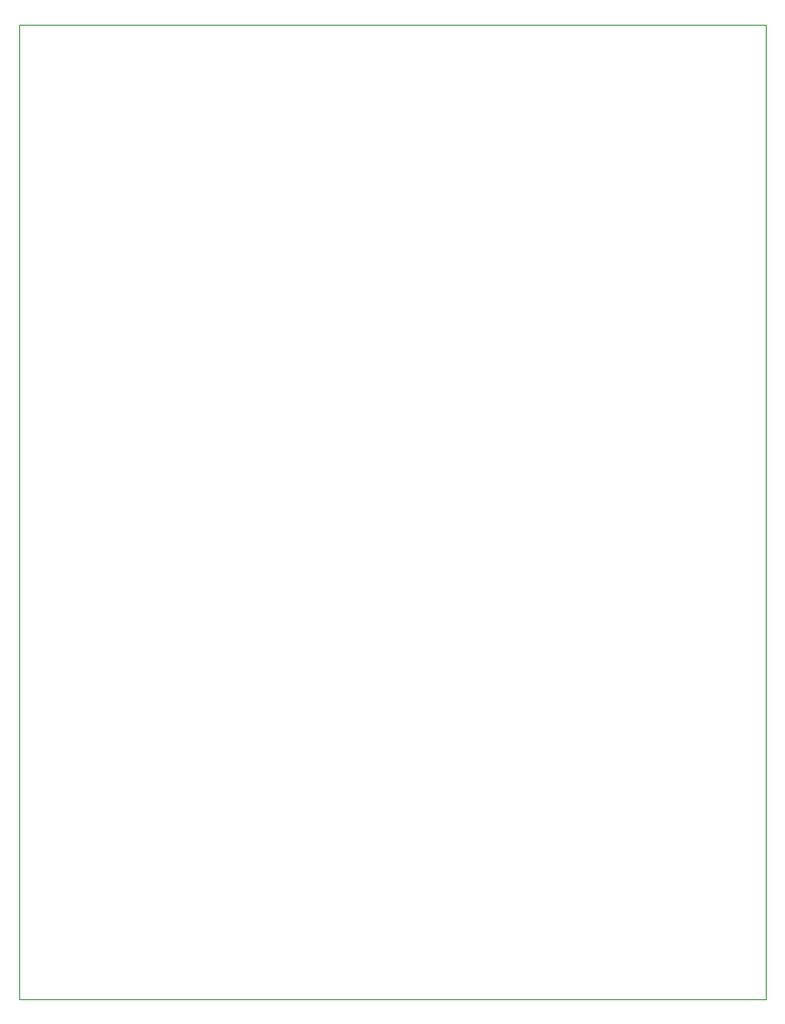
<source format=gm1>
G04 #@! TF.FileFunction,Profile,NP*
%FSLAX46Y46*%
G04 Gerber Fmt 4.6, Leading zero omitted, Abs format (unit mm)*
G04 Created by KiCad (PCBNEW (2016-08-20 BZR 7083)-product) date Thu Jun 15 13:02:43 2017*
%MOMM*%
%LPD*%
G01*
G04 APERTURE LIST*
%ADD10C,0.100000*%
G04 APERTURE END LIST*
D10*
X0Y90000000D02*
X0Y0D01*
X69000000Y90000000D02*
X0Y90000000D01*
X69000000Y0D02*
X69000000Y90000000D01*
X0Y0D02*
X69000000Y0D01*
M02*

</source>
